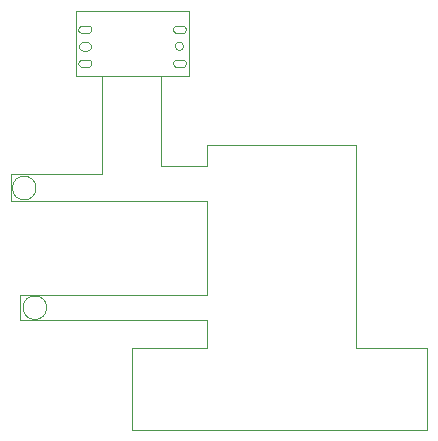
<source format=gbr>
G04*
G04 #@! TF.GenerationSoftware,Altium Limited,Altium Designer,23.10.1 (27)*
G04*
G04 Layer_Color=16711935*
%FSLAX44Y44*%
%MOMM*%
G71*
G04*
G04 #@! TF.SameCoordinates,EE71AB0A-04B5-4847-A965-A32D4C1E190E*
G04*
G04*
G04 #@! TF.FilePolarity,Positive*
G04*
G01*
G75*
%ADD58C,0.0127*%
D58*
X1538707Y325234D02*
G03*
X1538707Y325234I-3550J0D01*
G01*
X1413827Y205288D02*
G03*
X1413827Y205288I-10000J0D01*
G01*
X1422915Y103959D02*
G03*
X1422915Y103959I-10000J0D01*
G01*
X1495047Y63D02*
Y70064D01*
X1558455D01*
X1684965D02*
X1745231D01*
Y63D02*
Y70064D01*
X1447657Y300400D02*
Y355384D01*
Y300400D02*
X1543628D01*
X1452106Y307985D02*
X1452657Y307934D01*
X1457657D01*
X1458741Y308137D01*
X1459678Y308717D01*
X1460343Y309597D01*
X1460644Y310658D01*
X1460543Y311755D02*
X1460644Y310658D01*
X1460051Y312742D02*
X1460543Y311755D01*
X1459236Y313485D02*
X1460051Y312742D01*
X1458208Y313883D02*
X1459236Y313485D01*
X1457657Y313934D02*
X1458208Y313883D01*
X1452657Y313934D02*
X1457657D01*
X1451573Y313732D02*
X1452657Y313934D01*
X1450636Y313151D02*
X1451573Y313732D01*
X1449972Y312272D02*
X1450636Y313151D01*
X1449670Y311211D02*
X1449972Y312272D01*
X1449670Y311211D02*
X1449772Y310113D01*
X1450263Y309126D01*
X1451078Y308384D01*
X1452106Y307985D01*
X1450281Y324137D02*
X1450785Y323148D01*
X1451571Y322362D01*
X1452560Y321858D01*
X1453657Y321684D01*
X1456657D01*
X1457754Y321858D01*
X1458744Y322362D01*
X1459529Y323148D01*
X1460034Y324137D01*
X1460207Y325234D01*
X1460034Y326331D02*
X1460207Y325234D01*
X1459529Y327321D02*
X1460034Y326331D01*
X1458744Y328106D02*
X1459529Y327321D01*
X1457754Y328611D02*
X1458744Y328106D01*
X1456657Y328784D02*
X1457754Y328611D01*
X1453657Y328784D02*
X1456657D01*
X1452560Y328611D02*
X1453657Y328784D01*
X1451571Y328106D02*
X1452560Y328611D01*
X1450785Y327321D02*
X1451571Y328106D01*
X1450281Y326331D02*
X1450785Y327321D01*
X1450107Y325234D02*
X1450281Y326331D01*
X1450107Y325234D02*
X1450281Y324137D01*
X1452106Y336586D02*
X1452657Y336534D01*
X1457657D01*
X1458741Y336737D01*
X1459678Y337317D01*
X1460343Y338197D01*
X1460644Y339258D01*
X1460543Y340355D02*
X1460644Y339258D01*
X1460051Y341342D02*
X1460543Y340355D01*
X1459236Y342085D02*
X1460051Y341342D01*
X1458208Y342483D02*
X1459236Y342085D01*
X1457657Y342534D02*
X1458208Y342483D01*
X1452657Y342534D02*
X1457657D01*
X1451573Y342332D02*
X1452657Y342534D01*
X1450636Y341751D02*
X1451573Y342332D01*
X1449972Y340872D02*
X1450636Y341751D01*
X1449670Y339811D02*
X1449972Y340872D01*
X1449670Y339811D02*
X1449772Y338713D01*
X1450263Y337727D01*
X1451078Y336984D01*
X1452106Y336586D01*
X1532106Y307985D02*
X1532657Y307934D01*
X1537657D01*
X1538741Y308137D01*
X1539678Y308717D01*
X1540343Y309597D01*
X1540644Y310658D01*
X1540543Y311755D02*
X1540644Y310658D01*
X1540051Y312742D02*
X1540543Y311755D01*
X1539236Y313485D02*
X1540051Y312742D01*
X1538208Y313883D02*
X1539236Y313485D01*
X1537657Y313934D02*
X1538208Y313883D01*
X1532657Y313934D02*
X1537657D01*
X1531573Y313732D02*
X1532657Y313934D01*
X1530636Y313151D02*
X1531573Y313732D01*
X1529972Y312272D02*
X1530636Y313151D01*
X1529670Y311211D02*
X1529972Y312272D01*
X1529670Y311211D02*
X1529772Y310113D01*
X1530263Y309126D01*
X1531078Y308384D01*
X1532106Y307985D01*
Y336586D02*
X1532657Y336534D01*
X1537657D01*
X1538741Y336737D01*
X1539678Y337317D01*
X1540343Y338197D01*
X1540644Y339258D01*
X1540543Y340355D02*
X1540644Y339258D01*
X1540051Y341342D02*
X1540543Y340355D01*
X1539236Y342085D02*
X1540051Y341342D01*
X1538208Y342483D02*
X1539236Y342085D01*
X1537657Y342534D02*
X1538208Y342483D01*
X1532657Y342534D02*
X1537657D01*
X1531573Y342332D02*
X1532657Y342534D01*
X1530636Y341751D02*
X1531573Y342332D01*
X1529972Y340872D02*
X1530636Y341751D01*
X1529670Y339811D02*
X1529972Y340872D01*
X1529670Y339811D02*
X1529772Y338713D01*
X1530263Y337727D01*
X1531078Y336984D01*
X1532106Y336586D01*
X1470000Y216800D02*
Y300400D01*
X1520000Y224250D02*
Y300384D01*
X1523750Y224250D02*
X1525000D01*
X1468750Y216750D02*
X1470000D01*
X1465000D02*
X1466250D01*
X1447657Y355384D02*
X1543628D01*
Y300400D02*
Y355384D01*
X1520000Y224250D02*
X1523750D01*
X1525000D02*
X1558455D01*
Y241373D01*
X1684965D01*
Y70064D02*
Y241373D01*
X1495047Y63D02*
X1745231D01*
X1558455Y70064D02*
Y93155D01*
X1399941D02*
X1558455D01*
X1399941D02*
Y114600D01*
X1558455D01*
Y194129D01*
X1392236D02*
X1558455D01*
X1392236D02*
Y216750D01*
X1465000D01*
X1466250D02*
X1468750D01*
M02*

</source>
